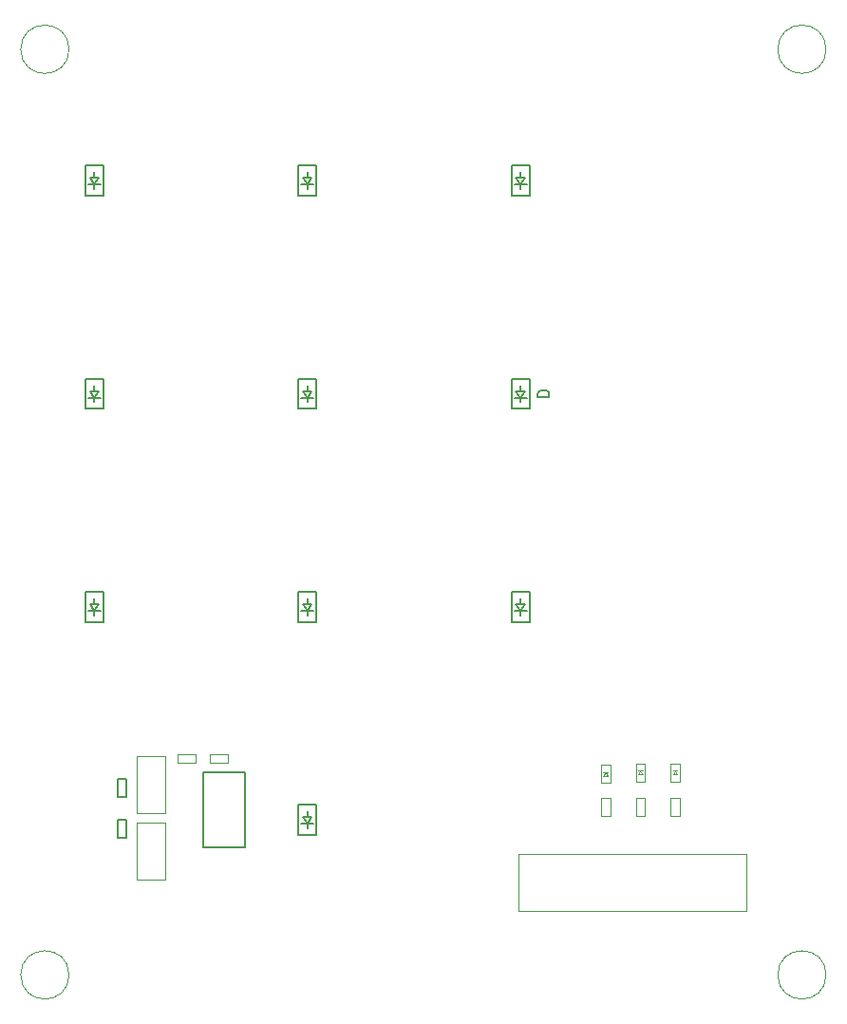
<source format=gbr>
G04 #@! TF.FileFunction,Other,Fab,Top*
%FSLAX46Y46*%
G04 Gerber Fmt 4.6, Leading zero omitted, Abs format (unit mm)*
G04 Created by KiCad (PCBNEW 4.0.5-e0-6337~49~ubuntu16.04.1) date Tue Jan  3 12:00:36 2017*
%MOMM*%
%LPD*%
G01*
G04 APERTURE LIST*
%ADD10C,0.100000*%
%ADD11C,0.150000*%
G04 APERTURE END LIST*
D10*
X164600000Y-105600000D02*
X163800000Y-105600000D01*
X164600000Y-104000000D02*
X164600000Y-105600000D01*
X163800000Y-104000000D02*
X164600000Y-104000000D01*
X163800000Y-105600000D02*
X163800000Y-104000000D01*
D11*
X121500000Y-107600000D02*
X120700000Y-107600000D01*
X121500000Y-106000000D02*
X121500000Y-107600000D01*
X120700000Y-106000000D02*
X121500000Y-106000000D01*
X120700000Y-107600000D02*
X120700000Y-106000000D01*
X120700000Y-102300000D02*
X121500000Y-102300000D01*
X120700000Y-103900000D02*
X120700000Y-102300000D01*
X121500000Y-103900000D02*
X120700000Y-103900000D01*
X121500000Y-102300000D02*
X121500000Y-103900000D01*
X118600000Y-48750000D02*
X118600000Y-48250000D01*
X119000000Y-48750000D02*
X118600000Y-49350000D01*
X118200000Y-48750000D02*
X119000000Y-48750000D01*
X118600000Y-49350000D02*
X118200000Y-48750000D01*
X118600000Y-49350000D02*
X119150000Y-49350000D01*
X118600000Y-49350000D02*
X118050000Y-49350000D01*
X118600000Y-49750000D02*
X118600000Y-49350000D01*
X119400000Y-50350000D02*
X117800000Y-50350000D01*
X119400000Y-47650000D02*
X119400000Y-50350000D01*
X117800000Y-47650000D02*
X119400000Y-47650000D01*
X117800000Y-50350000D02*
X117800000Y-47650000D01*
X118600000Y-67750000D02*
X118600000Y-67250000D01*
X119000000Y-67750000D02*
X118600000Y-68350000D01*
X118200000Y-67750000D02*
X119000000Y-67750000D01*
X118600000Y-68350000D02*
X118200000Y-67750000D01*
X118600000Y-68350000D02*
X119150000Y-68350000D01*
X118600000Y-68350000D02*
X118050000Y-68350000D01*
X118600000Y-68750000D02*
X118600000Y-68350000D01*
X119400000Y-69350000D02*
X117800000Y-69350000D01*
X119400000Y-66650000D02*
X119400000Y-69350000D01*
X117800000Y-66650000D02*
X119400000Y-66650000D01*
X117800000Y-69350000D02*
X117800000Y-66650000D01*
X118600000Y-86750000D02*
X118600000Y-86250000D01*
X119000000Y-86750000D02*
X118600000Y-87350000D01*
X118200000Y-86750000D02*
X119000000Y-86750000D01*
X118600000Y-87350000D02*
X118200000Y-86750000D01*
X118600000Y-87350000D02*
X119150000Y-87350000D01*
X118600000Y-87350000D02*
X118050000Y-87350000D01*
X118600000Y-87750000D02*
X118600000Y-87350000D01*
X119400000Y-88350000D02*
X117800000Y-88350000D01*
X119400000Y-85650000D02*
X119400000Y-88350000D01*
X117800000Y-85650000D02*
X119400000Y-85650000D01*
X117800000Y-88350000D02*
X117800000Y-85650000D01*
X137600000Y-48750000D02*
X137600000Y-48250000D01*
X138000000Y-48750000D02*
X137600000Y-49350000D01*
X137200000Y-48750000D02*
X138000000Y-48750000D01*
X137600000Y-49350000D02*
X137200000Y-48750000D01*
X137600000Y-49350000D02*
X138150000Y-49350000D01*
X137600000Y-49350000D02*
X137050000Y-49350000D01*
X137600000Y-49750000D02*
X137600000Y-49350000D01*
X138400000Y-50350000D02*
X136800000Y-50350000D01*
X138400000Y-47650000D02*
X138400000Y-50350000D01*
X136800000Y-47650000D02*
X138400000Y-47650000D01*
X136800000Y-50350000D02*
X136800000Y-47650000D01*
X137600000Y-67750000D02*
X137600000Y-67250000D01*
X138000000Y-67750000D02*
X137600000Y-68350000D01*
X137200000Y-67750000D02*
X138000000Y-67750000D01*
X137600000Y-68350000D02*
X137200000Y-67750000D01*
X137600000Y-68350000D02*
X138150000Y-68350000D01*
X137600000Y-68350000D02*
X137050000Y-68350000D01*
X137600000Y-68750000D02*
X137600000Y-68350000D01*
X138400000Y-69350000D02*
X136800000Y-69350000D01*
X138400000Y-66650000D02*
X138400000Y-69350000D01*
X136800000Y-66650000D02*
X138400000Y-66650000D01*
X136800000Y-69350000D02*
X136800000Y-66650000D01*
X137600000Y-86750000D02*
X137600000Y-86250000D01*
X138000000Y-86750000D02*
X137600000Y-87350000D01*
X137200000Y-86750000D02*
X138000000Y-86750000D01*
X137600000Y-87350000D02*
X137200000Y-86750000D01*
X137600000Y-87350000D02*
X138150000Y-87350000D01*
X137600000Y-87350000D02*
X137050000Y-87350000D01*
X137600000Y-87750000D02*
X137600000Y-87350000D01*
X138400000Y-88350000D02*
X136800000Y-88350000D01*
X138400000Y-85650000D02*
X138400000Y-88350000D01*
X136800000Y-85650000D02*
X138400000Y-85650000D01*
X136800000Y-88350000D02*
X136800000Y-85650000D01*
X137600000Y-105750000D02*
X137600000Y-105250000D01*
X138000000Y-105750000D02*
X137600000Y-106350000D01*
X137200000Y-105750000D02*
X138000000Y-105750000D01*
X137600000Y-106350000D02*
X137200000Y-105750000D01*
X137600000Y-106350000D02*
X138150000Y-106350000D01*
X137600000Y-106350000D02*
X137050000Y-106350000D01*
X137600000Y-106750000D02*
X137600000Y-106350000D01*
X138400000Y-107350000D02*
X136800000Y-107350000D01*
X138400000Y-104650000D02*
X138400000Y-107350000D01*
X136800000Y-104650000D02*
X138400000Y-104650000D01*
X136800000Y-107350000D02*
X136800000Y-104650000D01*
X156600000Y-48750000D02*
X156600000Y-48250000D01*
X157000000Y-48750000D02*
X156600000Y-49350000D01*
X156200000Y-48750000D02*
X157000000Y-48750000D01*
X156600000Y-49350000D02*
X156200000Y-48750000D01*
X156600000Y-49350000D02*
X157150000Y-49350000D01*
X156600000Y-49350000D02*
X156050000Y-49350000D01*
X156600000Y-49750000D02*
X156600000Y-49350000D01*
X157400000Y-50350000D02*
X155800000Y-50350000D01*
X157400000Y-47650000D02*
X157400000Y-50350000D01*
X155800000Y-47650000D02*
X157400000Y-47650000D01*
X155800000Y-50350000D02*
X155800000Y-47650000D01*
X156600000Y-67750000D02*
X156600000Y-67250000D01*
X157000000Y-67750000D02*
X156600000Y-68350000D01*
X156200000Y-67750000D02*
X157000000Y-67750000D01*
X156600000Y-68350000D02*
X156200000Y-67750000D01*
X156600000Y-68350000D02*
X157150000Y-68350000D01*
X156600000Y-68350000D02*
X156050000Y-68350000D01*
X156600000Y-68750000D02*
X156600000Y-68350000D01*
X157400000Y-69350000D02*
X155800000Y-69350000D01*
X157400000Y-66650000D02*
X157400000Y-69350000D01*
X155800000Y-66650000D02*
X157400000Y-66650000D01*
X155800000Y-69350000D02*
X155800000Y-66650000D01*
X156600000Y-86750000D02*
X156600000Y-86250000D01*
X157000000Y-86750000D02*
X156600000Y-87350000D01*
X156200000Y-86750000D02*
X157000000Y-86750000D01*
X156600000Y-87350000D02*
X156200000Y-86750000D01*
X156600000Y-87350000D02*
X157150000Y-87350000D01*
X156600000Y-87350000D02*
X156050000Y-87350000D01*
X156600000Y-87750000D02*
X156600000Y-87350000D01*
X157400000Y-88350000D02*
X155800000Y-88350000D01*
X157400000Y-85650000D02*
X157400000Y-88350000D01*
X155800000Y-85650000D02*
X157400000Y-85650000D01*
X155800000Y-88350000D02*
X155800000Y-85650000D01*
D10*
X164400000Y-101700000D02*
X164000000Y-101700000D01*
X164200000Y-101750000D02*
X164400000Y-102050000D01*
X164000000Y-102050000D02*
X164200000Y-101750000D01*
X164400000Y-102050000D02*
X164000000Y-102050000D01*
X163800000Y-102700000D02*
X163800000Y-101100000D01*
X164600000Y-102700000D02*
X163800000Y-102700000D01*
X164600000Y-101100000D02*
X164600000Y-102700000D01*
X163800000Y-101100000D02*
X164600000Y-101100000D01*
X167500000Y-101600000D02*
X167100000Y-101600000D01*
X167300000Y-101650000D02*
X167500000Y-101950000D01*
X167100000Y-101950000D02*
X167300000Y-101650000D01*
X167500000Y-101950000D02*
X167100000Y-101950000D01*
X166900000Y-102600000D02*
X166900000Y-101000000D01*
X167700000Y-102600000D02*
X166900000Y-102600000D01*
X167700000Y-101000000D02*
X167700000Y-102600000D01*
X166900000Y-101000000D02*
X167700000Y-101000000D01*
X170600000Y-101600000D02*
X170200000Y-101600000D01*
X170400000Y-101650000D02*
X170600000Y-101950000D01*
X170200000Y-101950000D02*
X170400000Y-101650000D01*
X170600000Y-101950000D02*
X170200000Y-101950000D01*
X170000000Y-102600000D02*
X170000000Y-101000000D01*
X170800000Y-102600000D02*
X170000000Y-102600000D01*
X170800000Y-101000000D02*
X170800000Y-102600000D01*
X170000000Y-101000000D02*
X170800000Y-101000000D01*
D11*
X128350000Y-101750000D02*
X128350000Y-108450000D01*
X128350000Y-101750000D02*
X132050000Y-101750000D01*
X128350000Y-108450000D02*
X132050000Y-108450000D01*
X132050000Y-101750000D02*
X132050000Y-108450000D01*
D10*
X167700000Y-105600000D02*
X166900000Y-105600000D01*
X167700000Y-104000000D02*
X167700000Y-105600000D01*
X166900000Y-104000000D02*
X167700000Y-104000000D01*
X166900000Y-105600000D02*
X166900000Y-104000000D01*
X170800000Y-105600000D02*
X170000000Y-105600000D01*
X170800000Y-104000000D02*
X170800000Y-105600000D01*
X170000000Y-104000000D02*
X170800000Y-104000000D01*
X170000000Y-105600000D02*
X170000000Y-104000000D01*
X130500000Y-100100000D02*
X130500000Y-100900000D01*
X128900000Y-100100000D02*
X130500000Y-100100000D01*
X128900000Y-100900000D02*
X128900000Y-100100000D01*
X130500000Y-100900000D02*
X128900000Y-100900000D01*
X127650000Y-100100000D02*
X127650000Y-100900000D01*
X126050000Y-100100000D02*
X127650000Y-100100000D01*
X126050000Y-100900000D02*
X126050000Y-100100000D01*
X127650000Y-100900000D02*
X126050000Y-100900000D01*
X156430000Y-114120000D02*
X176750000Y-114120000D01*
X176750000Y-114120000D02*
X176750000Y-109040000D01*
X176750000Y-109040000D02*
X156430000Y-109040000D01*
X156430000Y-109040000D02*
X156430000Y-114120000D01*
X122380000Y-106190000D02*
X122380000Y-111270000D01*
X122380000Y-111270000D02*
X124920000Y-111270000D01*
X124920000Y-111270000D02*
X124920000Y-106190000D01*
X124920000Y-106190000D02*
X122380000Y-106190000D01*
X122380000Y-100290000D02*
X122380000Y-105370000D01*
X122380000Y-105370000D02*
X124920000Y-105370000D01*
X124920000Y-105370000D02*
X124920000Y-100290000D01*
X124920000Y-100290000D02*
X122380000Y-100290000D01*
X116354066Y-37300000D02*
G75*
G03X116354066Y-37300000I-2154066J0D01*
G01*
X116354066Y-119800000D02*
G75*
G03X116354066Y-119800000I-2154066J0D01*
G01*
X183854066Y-119800000D02*
G75*
G03X183854066Y-119800000I-2154066J0D01*
G01*
X183854066Y-37300000D02*
G75*
G03X183854066Y-37300000I-2154066J0D01*
G01*
D11*
X159152381Y-68261905D02*
X158152381Y-68261905D01*
X158152381Y-68023810D01*
X158200000Y-67880952D01*
X158295238Y-67785714D01*
X158390476Y-67738095D01*
X158580952Y-67690476D01*
X158723810Y-67690476D01*
X158914286Y-67738095D01*
X159009524Y-67785714D01*
X159104762Y-67880952D01*
X159152381Y-68023810D01*
X159152381Y-68261905D01*
M02*

</source>
